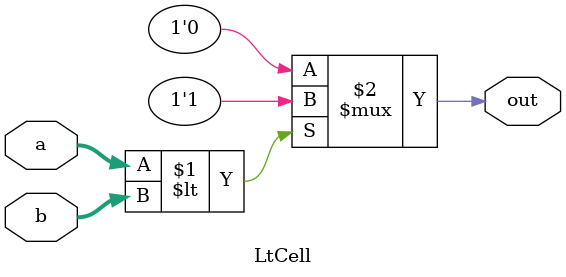
<source format=v>
module LtCell( a, b, out);

	input [3:0] a;
	input [3:0] b;
	output out;
	wire out;

	assign out = a < b ? 1'b1 : 1'b0;

	//assign out = a & b & c;
	//assign out = AND(a, b, c);
  	//and(out, a,b,c);

endmodule

</source>
